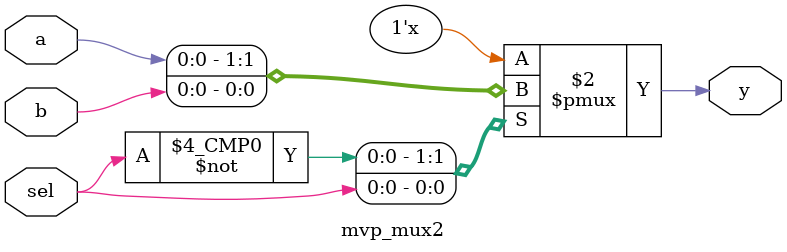
<source format=v>



`include "m14k_const.vh"
module mvp_mux2(
	y,
	sel,
	a,
	b
);
// synopsys template
parameter WIDTH = 1;

output [WIDTH-1:0] y;
reg [WIDTH-1:0] y;

input  sel;
input  [WIDTH-1:0] a;
input  [WIDTH-1:0] b;

// Comments for verilint
//verilint 550 off  // Mux is inferred

always @(sel or a or b)
begin
	case(sel)
		1'b0 :		y = a;
		1'b1 : 		y = b;
		default: 	y = {WIDTH{1'bx}};
	endcase
end
//verilint 550 on  // Mux is inferred

endmodule

</source>
